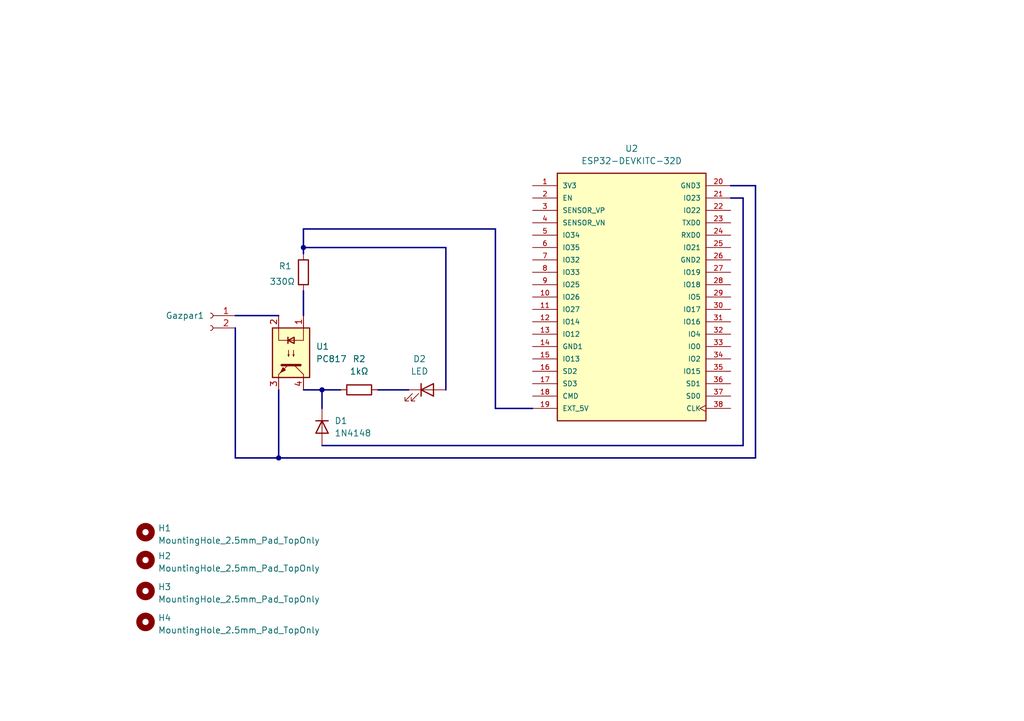
<source format=kicad_sch>
(kicad_sch (version 20211123) (generator eeschema)

  (uuid a1545928-1195-40b9-b3c4-78f837012afb)

  (paper "A5")

  (lib_symbols
    (symbol "Connector:Conn_01x02_Female" (pin_names (offset 1.016) hide) (in_bom yes) (on_board yes)
      (property "Reference" "J" (id 0) (at 0 2.54 0)
        (effects (font (size 1.27 1.27)))
      )
      (property "Value" "Conn_01x02_Female" (id 1) (at 0 -5.08 0)
        (effects (font (size 1.27 1.27)))
      )
      (property "Footprint" "" (id 2) (at 0 0 0)
        (effects (font (size 1.27 1.27)) hide)
      )
      (property "Datasheet" "~" (id 3) (at 0 0 0)
        (effects (font (size 1.27 1.27)) hide)
      )
      (property "ki_keywords" "connector" (id 4) (at 0 0 0)
        (effects (font (size 1.27 1.27)) hide)
      )
      (property "ki_description" "Generic connector, single row, 01x02, script generated (kicad-library-utils/schlib/autogen/connector/)" (id 5) (at 0 0 0)
        (effects (font (size 1.27 1.27)) hide)
      )
      (property "ki_fp_filters" "Connector*:*_1x??_*" (id 6) (at 0 0 0)
        (effects (font (size 1.27 1.27)) hide)
      )
      (symbol "Conn_01x02_Female_1_1"
        (arc (start 0 -2.032) (mid -0.508 -2.54) (end 0 -3.048)
          (stroke (width 0.1524) (type default) (color 0 0 0 0))
          (fill (type none))
        )
        (polyline
          (pts
            (xy -1.27 -2.54)
            (xy -0.508 -2.54)
          )
          (stroke (width 0.1524) (type default) (color 0 0 0 0))
          (fill (type none))
        )
        (polyline
          (pts
            (xy -1.27 0)
            (xy -0.508 0)
          )
          (stroke (width 0.1524) (type default) (color 0 0 0 0))
          (fill (type none))
        )
        (arc (start 0 0.508) (mid -0.508 0) (end 0 -0.508)
          (stroke (width 0.1524) (type default) (color 0 0 0 0))
          (fill (type none))
        )
        (pin passive line (at -5.08 0 0) (length 3.81)
          (name "Pin_1" (effects (font (size 1.27 1.27))))
          (number "1" (effects (font (size 1.27 1.27))))
        )
        (pin passive line (at -5.08 -2.54 0) (length 3.81)
          (name "Pin_2" (effects (font (size 1.27 1.27))))
          (number "2" (effects (font (size 1.27 1.27))))
        )
      )
    )
    (symbol "Device:LED" (pin_numbers hide) (pin_names (offset 1.016) hide) (in_bom yes) (on_board yes)
      (property "Reference" "D" (id 0) (at 0 2.54 0)
        (effects (font (size 1.27 1.27)))
      )
      (property "Value" "LED" (id 1) (at 0 -2.54 0)
        (effects (font (size 1.27 1.27)))
      )
      (property "Footprint" "" (id 2) (at 0 0 0)
        (effects (font (size 1.27 1.27)) hide)
      )
      (property "Datasheet" "~" (id 3) (at 0 0 0)
        (effects (font (size 1.27 1.27)) hide)
      )
      (property "ki_keywords" "LED diode" (id 4) (at 0 0 0)
        (effects (font (size 1.27 1.27)) hide)
      )
      (property "ki_description" "Light emitting diode" (id 5) (at 0 0 0)
        (effects (font (size 1.27 1.27)) hide)
      )
      (property "ki_fp_filters" "LED* LED_SMD:* LED_THT:*" (id 6) (at 0 0 0)
        (effects (font (size 1.27 1.27)) hide)
      )
      (symbol "LED_0_1"
        (polyline
          (pts
            (xy -1.27 -1.27)
            (xy -1.27 1.27)
          )
          (stroke (width 0.254) (type default) (color 0 0 0 0))
          (fill (type none))
        )
        (polyline
          (pts
            (xy -1.27 0)
            (xy 1.27 0)
          )
          (stroke (width 0) (type default) (color 0 0 0 0))
          (fill (type none))
        )
        (polyline
          (pts
            (xy 1.27 -1.27)
            (xy 1.27 1.27)
            (xy -1.27 0)
            (xy 1.27 -1.27)
          )
          (stroke (width 0.254) (type default) (color 0 0 0 0))
          (fill (type none))
        )
        (polyline
          (pts
            (xy -3.048 -0.762)
            (xy -4.572 -2.286)
            (xy -3.81 -2.286)
            (xy -4.572 -2.286)
            (xy -4.572 -1.524)
          )
          (stroke (width 0) (type default) (color 0 0 0 0))
          (fill (type none))
        )
        (polyline
          (pts
            (xy -1.778 -0.762)
            (xy -3.302 -2.286)
            (xy -2.54 -2.286)
            (xy -3.302 -2.286)
            (xy -3.302 -1.524)
          )
          (stroke (width 0) (type default) (color 0 0 0 0))
          (fill (type none))
        )
      )
      (symbol "LED_1_1"
        (pin passive line (at -3.81 0 0) (length 2.54)
          (name "K" (effects (font (size 1.27 1.27))))
          (number "1" (effects (font (size 1.27 1.27))))
        )
        (pin passive line (at 3.81 0 180) (length 2.54)
          (name "A" (effects (font (size 1.27 1.27))))
          (number "2" (effects (font (size 1.27 1.27))))
        )
      )
    )
    (symbol "Device:R" (pin_numbers hide) (pin_names (offset 0)) (in_bom yes) (on_board yes)
      (property "Reference" "R" (id 0) (at 2.032 0 90)
        (effects (font (size 1.27 1.27)))
      )
      (property "Value" "R" (id 1) (at 0 0 90)
        (effects (font (size 1.27 1.27)))
      )
      (property "Footprint" "" (id 2) (at -1.778 0 90)
        (effects (font (size 1.27 1.27)) hide)
      )
      (property "Datasheet" "~" (id 3) (at 0 0 0)
        (effects (font (size 1.27 1.27)) hide)
      )
      (property "ki_keywords" "R res resistor" (id 4) (at 0 0 0)
        (effects (font (size 1.27 1.27)) hide)
      )
      (property "ki_description" "Resistor" (id 5) (at 0 0 0)
        (effects (font (size 1.27 1.27)) hide)
      )
      (property "ki_fp_filters" "R_*" (id 6) (at 0 0 0)
        (effects (font (size 1.27 1.27)) hide)
      )
      (symbol "R_0_1"
        (rectangle (start -1.016 -2.54) (end 1.016 2.54)
          (stroke (width 0.254) (type default) (color 0 0 0 0))
          (fill (type none))
        )
      )
      (symbol "R_1_1"
        (pin passive line (at 0 3.81 270) (length 1.27)
          (name "~" (effects (font (size 1.27 1.27))))
          (number "1" (effects (font (size 1.27 1.27))))
        )
        (pin passive line (at 0 -3.81 90) (length 1.27)
          (name "~" (effects (font (size 1.27 1.27))))
          (number "2" (effects (font (size 1.27 1.27))))
        )
      )
    )
    (symbol "Diode:1N4148" (pin_numbers hide) (pin_names (offset 1.016) hide) (in_bom yes) (on_board yes)
      (property "Reference" "D" (id 0) (at 0 2.54 0)
        (effects (font (size 1.27 1.27)))
      )
      (property "Value" "1N4148" (id 1) (at 0 -2.54 0)
        (effects (font (size 1.27 1.27)))
      )
      (property "Footprint" "Diode_THT:D_DO-35_SOD27_P7.62mm_Horizontal" (id 2) (at 0 -4.445 0)
        (effects (font (size 1.27 1.27)) hide)
      )
      (property "Datasheet" "https://assets.nexperia.com/documents/data-sheet/1N4148_1N4448.pdf" (id 3) (at 0 0 0)
        (effects (font (size 1.27 1.27)) hide)
      )
      (property "ki_keywords" "diode" (id 4) (at 0 0 0)
        (effects (font (size 1.27 1.27)) hide)
      )
      (property "ki_description" "100V 0.15A standard switching diode, DO-35" (id 5) (at 0 0 0)
        (effects (font (size 1.27 1.27)) hide)
      )
      (property "ki_fp_filters" "D*DO?35*" (id 6) (at 0 0 0)
        (effects (font (size 1.27 1.27)) hide)
      )
      (symbol "1N4148_0_1"
        (polyline
          (pts
            (xy -1.27 1.27)
            (xy -1.27 -1.27)
          )
          (stroke (width 0.254) (type default) (color 0 0 0 0))
          (fill (type none))
        )
        (polyline
          (pts
            (xy 1.27 0)
            (xy -1.27 0)
          )
          (stroke (width 0) (type default) (color 0 0 0 0))
          (fill (type none))
        )
        (polyline
          (pts
            (xy 1.27 1.27)
            (xy 1.27 -1.27)
            (xy -1.27 0)
            (xy 1.27 1.27)
          )
          (stroke (width 0.254) (type default) (color 0 0 0 0))
          (fill (type none))
        )
      )
      (symbol "1N4148_1_1"
        (pin passive line (at -3.81 0 0) (length 2.54)
          (name "K" (effects (font (size 1.27 1.27))))
          (number "1" (effects (font (size 1.27 1.27))))
        )
        (pin passive line (at 3.81 0 180) (length 2.54)
          (name "A" (effects (font (size 1.27 1.27))))
          (number "2" (effects (font (size 1.27 1.27))))
        )
      )
    )
    (symbol "ESP32-DEVKITC-32D:ESP32-DEVKITC-32D" (pin_names (offset 1.016)) (in_bom yes) (on_board yes)
      (property "Reference" "U" (id 0) (at -15.2654 26.0604 0)
        (effects (font (size 1.27 1.27)) (justify left bottom))
      )
      (property "Value" "ESP32-DEVKITC-32D" (id 1) (at -15.2654 -27.9654 0)
        (effects (font (size 1.27 1.27)) (justify left bottom))
      )
      (property "Footprint" "MODULE_ESP32-DEVKITC-32D" (id 2) (at 0 0 0)
        (effects (font (size 1.27 1.27)) (justify left bottom) hide)
      )
      (property "Datasheet" "" (id 3) (at 0 0 0)
        (effects (font (size 1.27 1.27)) (justify left bottom) hide)
      )
      (property "MANUFACTURER" "Espressif Systems" (id 4) (at 0 0 0)
        (effects (font (size 1.27 1.27)) (justify left bottom) hide)
      )
      (property "PARTREV" "4" (id 5) (at 0 0 0)
        (effects (font (size 1.27 1.27)) (justify left bottom) hide)
      )
      (property "ki_locked" "" (id 6) (at 0 0 0)
        (effects (font (size 1.27 1.27)))
      )
      (symbol "ESP32-DEVKITC-32D_0_0"
        (rectangle (start -15.24 -25.4) (end 15.24 25.4)
          (stroke (width 0.254) (type default) (color 0 0 0 0))
          (fill (type background))
        )
        (pin power_in line (at -20.32 22.86 0) (length 5.08)
          (name "3V3" (effects (font (size 1.016 1.016))))
          (number "1" (effects (font (size 1.016 1.016))))
        )
        (pin bidirectional line (at -20.32 0 0) (length 5.08)
          (name "IO26" (effects (font (size 1.016 1.016))))
          (number "10" (effects (font (size 1.016 1.016))))
        )
        (pin bidirectional line (at -20.32 -2.54 0) (length 5.08)
          (name "IO27" (effects (font (size 1.016 1.016))))
          (number "11" (effects (font (size 1.016 1.016))))
        )
        (pin bidirectional line (at -20.32 -5.08 0) (length 5.08)
          (name "IO14" (effects (font (size 1.016 1.016))))
          (number "12" (effects (font (size 1.016 1.016))))
        )
        (pin bidirectional line (at -20.32 -7.62 0) (length 5.08)
          (name "IO12" (effects (font (size 1.016 1.016))))
          (number "13" (effects (font (size 1.016 1.016))))
        )
        (pin power_in line (at -20.32 -10.16 0) (length 5.08)
          (name "GND1" (effects (font (size 1.016 1.016))))
          (number "14" (effects (font (size 1.016 1.016))))
        )
        (pin bidirectional line (at -20.32 -12.7 0) (length 5.08)
          (name "IO13" (effects (font (size 1.016 1.016))))
          (number "15" (effects (font (size 1.016 1.016))))
        )
        (pin bidirectional line (at -20.32 -15.24 0) (length 5.08)
          (name "SD2" (effects (font (size 1.016 1.016))))
          (number "16" (effects (font (size 1.016 1.016))))
        )
        (pin bidirectional line (at -20.32 -17.78 0) (length 5.08)
          (name "SD3" (effects (font (size 1.016 1.016))))
          (number "17" (effects (font (size 1.016 1.016))))
        )
        (pin bidirectional line (at -20.32 -20.32 0) (length 5.08)
          (name "CMD" (effects (font (size 1.016 1.016))))
          (number "18" (effects (font (size 1.016 1.016))))
        )
        (pin power_in line (at -20.32 -22.86 0) (length 5.08)
          (name "EXT_5V" (effects (font (size 1.016 1.016))))
          (number "19" (effects (font (size 1.016 1.016))))
        )
        (pin input line (at -20.32 20.32 0) (length 5.08)
          (name "EN" (effects (font (size 1.016 1.016))))
          (number "2" (effects (font (size 1.016 1.016))))
        )
        (pin power_in line (at 20.32 22.86 180) (length 5.08)
          (name "GND3" (effects (font (size 1.016 1.016))))
          (number "20" (effects (font (size 1.016 1.016))))
        )
        (pin bidirectional line (at 20.32 20.32 180) (length 5.08)
          (name "IO23" (effects (font (size 1.016 1.016))))
          (number "21" (effects (font (size 1.016 1.016))))
        )
        (pin bidirectional line (at 20.32 17.78 180) (length 5.08)
          (name "IO22" (effects (font (size 1.016 1.016))))
          (number "22" (effects (font (size 1.016 1.016))))
        )
        (pin output line (at 20.32 15.24 180) (length 5.08)
          (name "TXD0" (effects (font (size 1.016 1.016))))
          (number "23" (effects (font (size 1.016 1.016))))
        )
        (pin input line (at 20.32 12.7 180) (length 5.08)
          (name "RXD0" (effects (font (size 1.016 1.016))))
          (number "24" (effects (font (size 1.016 1.016))))
        )
        (pin bidirectional line (at 20.32 10.16 180) (length 5.08)
          (name "IO21" (effects (font (size 1.016 1.016))))
          (number "25" (effects (font (size 1.016 1.016))))
        )
        (pin power_in line (at 20.32 7.62 180) (length 5.08)
          (name "GND2" (effects (font (size 1.016 1.016))))
          (number "26" (effects (font (size 1.016 1.016))))
        )
        (pin bidirectional line (at 20.32 5.08 180) (length 5.08)
          (name "IO19" (effects (font (size 1.016 1.016))))
          (number "27" (effects (font (size 1.016 1.016))))
        )
        (pin bidirectional line (at 20.32 2.54 180) (length 5.08)
          (name "IO18" (effects (font (size 1.016 1.016))))
          (number "28" (effects (font (size 1.016 1.016))))
        )
        (pin bidirectional line (at 20.32 0 180) (length 5.08)
          (name "IO5" (effects (font (size 1.016 1.016))))
          (number "29" (effects (font (size 1.016 1.016))))
        )
        (pin input line (at -20.32 17.78 0) (length 5.08)
          (name "SENSOR_VP" (effects (font (size 1.016 1.016))))
          (number "3" (effects (font (size 1.016 1.016))))
        )
        (pin bidirectional line (at 20.32 -2.54 180) (length 5.08)
          (name "IO17" (effects (font (size 1.016 1.016))))
          (number "30" (effects (font (size 1.016 1.016))))
        )
        (pin bidirectional line (at 20.32 -5.08 180) (length 5.08)
          (name "IO16" (effects (font (size 1.016 1.016))))
          (number "31" (effects (font (size 1.016 1.016))))
        )
        (pin bidirectional line (at 20.32 -7.62 180) (length 5.08)
          (name "IO4" (effects (font (size 1.016 1.016))))
          (number "32" (effects (font (size 1.016 1.016))))
        )
        (pin bidirectional line (at 20.32 -10.16 180) (length 5.08)
          (name "IO0" (effects (font (size 1.016 1.016))))
          (number "33" (effects (font (size 1.016 1.016))))
        )
        (pin bidirectional line (at 20.32 -12.7 180) (length 5.08)
          (name "IO2" (effects (font (size 1.016 1.016))))
          (number "34" (effects (font (size 1.016 1.016))))
        )
        (pin bidirectional line (at 20.32 -15.24 180) (length 5.08)
          (name "IO15" (effects (font (size 1.016 1.016))))
          (number "35" (effects (font (size 1.016 1.016))))
        )
        (pin bidirectional line (at 20.32 -17.78 180) (length 5.08)
          (name "SD1" (effects (font (size 1.016 1.016))))
          (number "36" (effects (font (size 1.016 1.016))))
        )
        (pin bidirectional line (at 20.32 -20.32 180) (length 5.08)
          (name "SD0" (effects (font (size 1.016 1.016))))
          (number "37" (effects (font (size 1.016 1.016))))
        )
        (pin input clock (at 20.32 -22.86 180) (length 5.08)
          (name "CLK" (effects (font (size 1.016 1.016))))
          (number "38" (effects (font (size 1.016 1.016))))
        )
        (pin input line (at -20.32 15.24 0) (length 5.08)
          (name "SENSOR_VN" (effects (font (size 1.016 1.016))))
          (number "4" (effects (font (size 1.016 1.016))))
        )
        (pin bidirectional line (at -20.32 12.7 0) (length 5.08)
          (name "IO34" (effects (font (size 1.016 1.016))))
          (number "5" (effects (font (size 1.016 1.016))))
        )
        (pin bidirectional line (at -20.32 10.16 0) (length 5.08)
          (name "IO35" (effects (font (size 1.016 1.016))))
          (number "6" (effects (font (size 1.016 1.016))))
        )
        (pin bidirectional line (at -20.32 7.62 0) (length 5.08)
          (name "IO32" (effects (font (size 1.016 1.016))))
          (number "7" (effects (font (size 1.016 1.016))))
        )
        (pin bidirectional line (at -20.32 5.08 0) (length 5.08)
          (name "IO33" (effects (font (size 1.016 1.016))))
          (number "8" (effects (font (size 1.016 1.016))))
        )
        (pin bidirectional line (at -20.32 2.54 0) (length 5.08)
          (name "IO25" (effects (font (size 1.016 1.016))))
          (number "9" (effects (font (size 1.016 1.016))))
        )
      )
    )
    (symbol "Isolator:PC817" (pin_names (offset 1.016)) (in_bom yes) (on_board yes)
      (property "Reference" "U" (id 0) (at -5.08 5.08 0)
        (effects (font (size 1.27 1.27)) (justify left))
      )
      (property "Value" "PC817" (id 1) (at 0 5.08 0)
        (effects (font (size 1.27 1.27)) (justify left))
      )
      (property "Footprint" "Package_DIP:DIP-4_W7.62mm" (id 2) (at -5.08 -5.08 0)
        (effects (font (size 1.27 1.27) italic) (justify left) hide)
      )
      (property "Datasheet" "http://www.soselectronic.cz/a_info/resource/d/pc817.pdf" (id 3) (at 0 0 0)
        (effects (font (size 1.27 1.27)) (justify left) hide)
      )
      (property "ki_keywords" "NPN DC Optocoupler" (id 4) (at 0 0 0)
        (effects (font (size 1.27 1.27)) hide)
      )
      (property "ki_description" "DC Optocoupler, Vce 35V, CTR 50-300%, DIP-4" (id 5) (at 0 0 0)
        (effects (font (size 1.27 1.27)) hide)
      )
      (property "ki_fp_filters" "DIP*W7.62mm*" (id 6) (at 0 0 0)
        (effects (font (size 1.27 1.27)) hide)
      )
      (symbol "PC817_0_1"
        (rectangle (start -5.08 3.81) (end 5.08 -3.81)
          (stroke (width 0.254) (type default) (color 0 0 0 0))
          (fill (type background))
        )
        (polyline
          (pts
            (xy -3.175 -0.635)
            (xy -1.905 -0.635)
          )
          (stroke (width 0.254) (type default) (color 0 0 0 0))
          (fill (type none))
        )
        (polyline
          (pts
            (xy 2.54 0.635)
            (xy 4.445 2.54)
          )
          (stroke (width 0) (type default) (color 0 0 0 0))
          (fill (type none))
        )
        (polyline
          (pts
            (xy 4.445 -2.54)
            (xy 2.54 -0.635)
          )
          (stroke (width 0) (type default) (color 0 0 0 0))
          (fill (type outline))
        )
        (polyline
          (pts
            (xy 4.445 -2.54)
            (xy 5.08 -2.54)
          )
          (stroke (width 0) (type default) (color 0 0 0 0))
          (fill (type none))
        )
        (polyline
          (pts
            (xy 4.445 2.54)
            (xy 5.08 2.54)
          )
          (stroke (width 0) (type default) (color 0 0 0 0))
          (fill (type none))
        )
        (polyline
          (pts
            (xy -5.08 2.54)
            (xy -2.54 2.54)
            (xy -2.54 -0.635)
          )
          (stroke (width 0) (type default) (color 0 0 0 0))
          (fill (type none))
        )
        (polyline
          (pts
            (xy -2.54 -0.635)
            (xy -2.54 -2.54)
            (xy -5.08 -2.54)
          )
          (stroke (width 0) (type default) (color 0 0 0 0))
          (fill (type none))
        )
        (polyline
          (pts
            (xy 2.54 1.905)
            (xy 2.54 -1.905)
            (xy 2.54 -1.905)
          )
          (stroke (width 0.508) (type default) (color 0 0 0 0))
          (fill (type none))
        )
        (polyline
          (pts
            (xy -2.54 -0.635)
            (xy -3.175 0.635)
            (xy -1.905 0.635)
            (xy -2.54 -0.635)
          )
          (stroke (width 0.254) (type default) (color 0 0 0 0))
          (fill (type none))
        )
        (polyline
          (pts
            (xy -0.508 -0.508)
            (xy 0.762 -0.508)
            (xy 0.381 -0.635)
            (xy 0.381 -0.381)
            (xy 0.762 -0.508)
          )
          (stroke (width 0) (type default) (color 0 0 0 0))
          (fill (type none))
        )
        (polyline
          (pts
            (xy -0.508 0.508)
            (xy 0.762 0.508)
            (xy 0.381 0.381)
            (xy 0.381 0.635)
            (xy 0.762 0.508)
          )
          (stroke (width 0) (type default) (color 0 0 0 0))
          (fill (type none))
        )
        (polyline
          (pts
            (xy 3.048 -1.651)
            (xy 3.556 -1.143)
            (xy 4.064 -2.159)
            (xy 3.048 -1.651)
            (xy 3.048 -1.651)
          )
          (stroke (width 0) (type default) (color 0 0 0 0))
          (fill (type outline))
        )
      )
      (symbol "PC817_1_1"
        (pin passive line (at -7.62 2.54 0) (length 2.54)
          (name "~" (effects (font (size 1.27 1.27))))
          (number "1" (effects (font (size 1.27 1.27))))
        )
        (pin passive line (at -7.62 -2.54 0) (length 2.54)
          (name "~" (effects (font (size 1.27 1.27))))
          (number "2" (effects (font (size 1.27 1.27))))
        )
        (pin passive line (at 7.62 -2.54 180) (length 2.54)
          (name "~" (effects (font (size 1.27 1.27))))
          (number "3" (effects (font (size 1.27 1.27))))
        )
        (pin passive line (at 7.62 2.54 180) (length 2.54)
          (name "~" (effects (font (size 1.27 1.27))))
          (number "4" (effects (font (size 1.27 1.27))))
        )
      )
    )
    (symbol "Mechanical:MountingHole" (pin_names (offset 1.016)) (in_bom yes) (on_board yes)
      (property "Reference" "H" (id 0) (at 0 5.08 0)
        (effects (font (size 1.27 1.27)))
      )
      (property "Value" "MountingHole" (id 1) (at 0 3.175 0)
        (effects (font (size 1.27 1.27)))
      )
      (property "Footprint" "" (id 2) (at 0 0 0)
        (effects (font (size 1.27 1.27)) hide)
      )
      (property "Datasheet" "~" (id 3) (at 0 0 0)
        (effects (font (size 1.27 1.27)) hide)
      )
      (property "ki_keywords" "mounting hole" (id 4) (at 0 0 0)
        (effects (font (size 1.27 1.27)) hide)
      )
      (property "ki_description" "Mounting Hole without connection" (id 5) (at 0 0 0)
        (effects (font (size 1.27 1.27)) hide)
      )
      (property "ki_fp_filters" "MountingHole*" (id 6) (at 0 0 0)
        (effects (font (size 1.27 1.27)) hide)
      )
      (symbol "MountingHole_0_1"
        (circle (center 0 0) (radius 1.27)
          (stroke (width 1.27) (type default) (color 0 0 0 0))
          (fill (type none))
        )
      )
    )
  )

  (junction (at 62.23 50.8) (diameter 0) (color 0 0 0 0)
    (uuid 60a6003c-083a-49ab-a18d-d34d9e50bb9e)
  )
  (junction (at 57.15 93.98) (diameter 0) (color 0 0 0 0)
    (uuid 942bb509-0865-4ee6-a623-811abdc04cfe)
  )
  (junction (at 66.04 80.01) (diameter 0) (color 0 0 0 0)
    (uuid c98526dc-01c6-4131-872a-f0b4304115fc)
  )

  (bus (pts (xy 77.47 80.01) (xy 83.82 80.01))
    (stroke (width 0) (type default) (color 0 0 0 0))
    (uuid 06b5faea-d4d8-4ee3-81a5-47208b69c208)
  )
  (bus (pts (xy 48.26 93.98) (xy 57.15 93.98))
    (stroke (width 0) (type default) (color 0 0 0 0))
    (uuid 287916c4-84f1-4ba7-95b7-5ed1ca6c2372)
  )
  (bus (pts (xy 149.86 40.64) (xy 152.4 40.64))
    (stroke (width 0) (type default) (color 0 0 0 0))
    (uuid 2fb6fd09-e0b5-4e7f-bfd7-b71afc6fbc75)
  )
  (bus (pts (xy 66.04 80.01) (xy 69.85 80.01))
    (stroke (width 0) (type default) (color 0 0 0 0))
    (uuid 309d5402-6e2c-4d32-8fa3-057ae4c646d5)
  )
  (bus (pts (xy 48.26 64.77) (xy 57.15 64.77))
    (stroke (width 0) (type default) (color 0 0 0 0))
    (uuid 347340bc-c7e4-4bcf-8ed5-da92eb5fe343)
  )
  (bus (pts (xy 154.94 38.1) (xy 154.94 93.98))
    (stroke (width 0) (type default) (color 0 0 0 0))
    (uuid 3bcf2d2a-e7b4-438f-9a95-f94256d9dd31)
  )
  (bus (pts (xy 62.23 50.8) (xy 91.44 50.8))
    (stroke (width 0) (type default) (color 0 0 0 0))
    (uuid 3e9565a2-3e66-42bf-ae9e-d514208307fe)
  )
  (bus (pts (xy 101.6 83.82) (xy 109.22 83.82))
    (stroke (width 0) (type default) (color 0 0 0 0))
    (uuid 4d7ca68c-8b7a-448a-b78d-f0d552bf1223)
  )
  (bus (pts (xy 62.23 80.01) (xy 66.04 80.01))
    (stroke (width 0) (type default) (color 0 0 0 0))
    (uuid 58089f2e-38b9-4961-bf05-e262ac4f237e)
  )
  (bus (pts (xy 57.15 80.01) (xy 57.15 93.98))
    (stroke (width 0) (type default) (color 0 0 0 0))
    (uuid 6d7c2e86-d608-4fc0-bcf7-35c71063fe44)
  )
  (bus (pts (xy 91.44 50.8) (xy 91.44 80.01))
    (stroke (width 0) (type default) (color 0 0 0 0))
    (uuid 890771f6-7ab8-4dea-8496-cf878004498c)
  )
  (bus (pts (xy 62.23 59.69) (xy 62.23 64.77))
    (stroke (width 0) (type default) (color 0 0 0 0))
    (uuid 896f1db5-e407-4dbc-9e73-68edceaa30cb)
  )
  (bus (pts (xy 62.23 46.99) (xy 62.23 50.8))
    (stroke (width 0) (type default) (color 0 0 0 0))
    (uuid 92927a9e-f25b-41ba-9c93-2d6e3e6c1f89)
  )
  (bus (pts (xy 66.04 91.44) (xy 152.4 91.44))
    (stroke (width 0) (type default) (color 0 0 0 0))
    (uuid 93108706-7209-4e63-b7d0-343abf23d6ec)
  )
  (bus (pts (xy 101.6 46.99) (xy 101.6 83.82))
    (stroke (width 0) (type default) (color 0 0 0 0))
    (uuid 93c84fa8-3d30-4a64-80f6-251c3e6d0a84)
  )
  (bus (pts (xy 48.26 67.31) (xy 48.26 93.98))
    (stroke (width 0) (type default) (color 0 0 0 0))
    (uuid c233635a-f4cd-4cd0-ac02-8f5ab857ae61)
  )
  (bus (pts (xy 62.23 50.8) (xy 62.23 52.07))
    (stroke (width 0) (type default) (color 0 0 0 0))
    (uuid d47740a7-c069-4cb1-b193-72e6ce57696c)
  )
  (bus (pts (xy 66.04 80.01) (xy 66.04 83.82))
    (stroke (width 0) (type default) (color 0 0 0 0))
    (uuid dca3c274-e75b-4f9b-8264-b49f4cf2e333)
  )
  (bus (pts (xy 62.23 46.99) (xy 101.6 46.99))
    (stroke (width 0) (type default) (color 0 0 0 0))
    (uuid dd4a80cf-aed1-4f7b-aa49-7e5204dd2cc9)
  )
  (bus (pts (xy 149.86 38.1) (xy 154.94 38.1))
    (stroke (width 0) (type default) (color 0 0 0 0))
    (uuid e1f0b5f5-c35e-4c9d-81de-6b6c5fd6f3f3)
  )
  (bus (pts (xy 152.4 40.64) (xy 152.4 91.44))
    (stroke (width 0) (type default) (color 0 0 0 0))
    (uuid e470444a-0d39-4cb6-a5a1-718b2c3125b7)
  )
  (bus (pts (xy 57.15 93.98) (xy 154.94 93.98))
    (stroke (width 0) (type default) (color 0 0 0 0))
    (uuid f3472f66-06f8-4d1d-8970-a78970a3d87c)
  )

  (symbol (lib_id "Device:LED") (at 87.63 80.01 0) (unit 1)
    (in_bom yes) (on_board yes) (fields_autoplaced)
    (uuid 1ee81015-5766-4da0-9911-94f3669d74d4)
    (property "Reference" "D2" (id 0) (at 86.0425 73.66 0))
    (property "Value" "LED" (id 1) (at 86.0425 76.2 0))
    (property "Footprint" "LED_THT:LED_D3.0mm" (id 2) (at 87.63 80.01 0)
      (effects (font (size 1.27 1.27)) hide)
    )
    (property "Datasheet" "~" (id 3) (at 87.63 80.01 0)
      (effects (font (size 1.27 1.27)) hide)
    )
    (property "manf" "BROADCOM" (id 4) (at 87.63 80.01 0)
      (effects (font (size 1.27 1.27)) hide)
    )
    (property "manf#" "HLMP-Y301-F0000" (id 5) (at 87.63 80.01 0)
      (effects (font (size 1.27 1.27)) hide)
    )
    (pin "1" (uuid 1adf793b-8162-417d-8259-7c59b7018665))
    (pin "2" (uuid e5c74963-49b9-4041-a2af-faa3534e80bb))
  )

  (symbol (lib_id "Mechanical:MountingHole") (at 29.845 127.635 0) (unit 1)
    (in_bom no) (on_board yes) (fields_autoplaced)
    (uuid 32dd8299-2e9a-4bb9-b379-6e0d46d2302b)
    (property "Reference" "H4" (id 0) (at 32.385 126.8003 0)
      (effects (font (size 1.27 1.27)) (justify left))
    )
    (property "Value" "MountingHole_2.5mm_Pad_TopOnly" (id 1) (at 32.385 129.3372 0)
      (effects (font (size 1.27 1.27)) (justify left))
    )
    (property "Footprint" "MountingHole:MountingHole_2.5mm_Pad_TopOnly" (id 2) (at 29.845 127.635 0)
      (effects (font (size 1.27 1.27)) hide)
    )
    (property "Datasheet" "~" (id 3) (at 29.845 127.635 0)
      (effects (font (size 1.27 1.27)) hide)
    )
  )

  (symbol (lib_id "ESP32-DEVKITC-32D:ESP32-DEVKITC-32D") (at 129.54 60.96 0) (unit 1)
    (in_bom yes) (on_board yes) (fields_autoplaced)
    (uuid 4c8704fa-310a-4c01-8dc1-2b7e2727fea0)
    (property "Reference" "U2" (id 0) (at 129.54 30.48 0))
    (property "Value" "ESP32-DEVKITC-32D" (id 1) (at 129.54 33.02 0))
    (property "Footprint" "ESP32-DEVKITC-32D:MODULE_ESP32-DEVKITC-32D" (id 2) (at 129.54 60.96 0)
      (effects (font (size 1.27 1.27)) (justify left bottom) hide)
    )
    (property "Datasheet" "" (id 3) (at 129.54 60.96 0)
      (effects (font (size 1.27 1.27)) (justify left bottom) hide)
    )
    (property "MANUFACTURER" "Espressif Systems" (id 4) (at 129.54 60.96 0)
      (effects (font (size 1.27 1.27)) (justify left bottom) hide)
    )
    (property "PARTREV" "4" (id 5) (at 129.54 60.96 0)
      (effects (font (size 1.27 1.27)) (justify left bottom) hide)
    )
    (property "manf" "CONNFLY;CONNFLY" (id 6) (at 129.54 60.96 0)
      (effects (font (size 1.27 1.27)) hide)
    )
    (property "manf#" "DS1002-01-1*19V13;DS1002-01-1*19V13" (id 7) (at 129.54 60.96 0)
      (effects (font (size 1.27 1.27)) hide)
    )
    (pin "1" (uuid 72cc7949-68f8-4ef8-adcb-a65c1d042672))
    (pin "10" (uuid 621c8eb9-ae87-439a-b350-badb5d559a5a))
    (pin "11" (uuid b2001159-b6cb-4000-85f5-34f6c410920f))
    (pin "12" (uuid fb191df4-267d-4797-80dd-be346b8eeb99))
    (pin "13" (uuid fab1abc4-c49d-4b88-8c7f-939d7feb7b6c))
    (pin "14" (uuid 1a813eeb-ee58-4579-81e1-3f9a7227213c))
    (pin "15" (uuid b754bfb3-a198-47be-8e7b-61bec885a5db))
    (pin "16" (uuid 01109662-12b4-48a3-b68d-624008909c2a))
    (pin "17" (uuid 0e166909-afb5-4d70-a00b-dd78cd09b084))
    (pin "18" (uuid dc7523a5-4408-4a51-bc92-6a47a538c094))
    (pin "19" (uuid 5a889284-4c9f-49be-8f02-e43e18550914))
    (pin "2" (uuid eb7e294c-b398-413b-8b78-85a66ed5f3ea))
    (pin "20" (uuid 1b5a32e4-0b8e-4f38-b679-71dc277c2087))
    (pin "21" (uuid 84febc35-87fd-4cad-8e04-2b66390cfc12))
    (pin "22" (uuid 494d4ce3-60c4-4021-8bd1-ab41a12b14ed))
    (pin "23" (uuid 414f80f7-b2d5-43c3-a018-819efe44fe30))
    (pin "24" (uuid a419542a-0c78-421e-9ac7-81d3afba6186))
    (pin "25" (uuid c480dba7-51ff-4a4f-9251-e48b2784c64a))
    (pin "26" (uuid bc1d5740-b0c7-4566-95b0-470ac47a1fb3))
    (pin "27" (uuid a67dbe3b-ec7d-4ea5-b0e5-715c5263d8da))
    (pin "28" (uuid eb1b2aa2-a3cc-4a96-87ec-70fcae365f0f))
    (pin "29" (uuid d8370835-89ad-4b62-9f40-d0c10470788a))
    (pin "3" (uuid 3c66e6e2-f12d-4b23-910e-e478d272dfd5))
    (pin "30" (uuid 9c8eae28-a7c3-4e6a-bd81-98cf70031070))
    (pin "31" (uuid 6b69fc79-c78f-4df1-9a05-c51d4173705f))
    (pin "32" (uuid f2392fe0-54af-4e02-8793-9ba2471944b5))
    (pin "33" (uuid 2a6ee718-8cdf-4fa6-be7c-8fe885d98fd7))
    (pin "34" (uuid 55cff608-ab38-48d9-ac09-2d0a877ceca1))
    (pin "35" (uuid 0fc912fd-5036-4a55-b598-a9af40810824))
    (pin "36" (uuid e0b36e60-bb2b-489c-a764-1b81e551ce62))
    (pin "37" (uuid f47374c3-cb2a-4769-880f-830c9b19222e))
    (pin "38" (uuid 1765d6b9-ca0e-49c2-8c3c-8ab35eb3909b))
    (pin "4" (uuid 8ade7975-64a0-440a-8545-11958836bf48))
    (pin "5" (uuid d396ce56-1974-47b7-a41b-ae2b20ef835c))
    (pin "6" (uuid e7893166-2c2c-41b4-bd84-76ebc2e06551))
    (pin "7" (uuid 341dde39-440e-4d05-8def-6a5cecefd88c))
    (pin "8" (uuid e07e1653-d05d-4bf2-bea3-6515a06de065))
    (pin "9" (uuid 680c3e83-f590-4924-85a1-36d51b076683))
  )

  (symbol (lib_id "Mechanical:MountingHole") (at 29.845 109.22 0) (unit 1)
    (in_bom no) (on_board yes) (fields_autoplaced)
    (uuid 8a11f2c7-a2ec-4e8d-b9e8-7113c6463090)
    (property "Reference" "H1" (id 0) (at 32.385 108.3853 0)
      (effects (font (size 1.27 1.27)) (justify left))
    )
    (property "Value" "MountingHole_2.5mm_Pad_TopOnly" (id 1) (at 32.385 110.9222 0)
      (effects (font (size 1.27 1.27)) (justify left))
    )
    (property "Footprint" "MountingHole:MountingHole_2.5mm_Pad_TopOnly" (id 2) (at 29.845 109.22 0)
      (effects (font (size 1.27 1.27)) hide)
    )
    (property "Datasheet" "~" (id 3) (at 29.845 109.22 0)
      (effects (font (size 1.27 1.27)) hide)
    )
  )

  (symbol (lib_id "Diode:1N4148") (at 66.04 87.63 270) (unit 1)
    (in_bom yes) (on_board yes) (fields_autoplaced)
    (uuid 9b033cac-fc25-4a31-89ef-919bf45c219f)
    (property "Reference" "D1" (id 0) (at 68.58 86.3599 90)
      (effects (font (size 1.27 1.27)) (justify left))
    )
    (property "Value" "1N4148" (id 1) (at 68.58 88.8999 90)
      (effects (font (size 1.27 1.27)) (justify left))
    )
    (property "Footprint" "Diode_THT:D_DO-35_SOD27_P7.62mm_Horizontal" (id 2) (at 61.595 87.63 0)
      (effects (font (size 1.27 1.27)) hide)
    )
    (property "Datasheet" "https://assets.nexperia.com/documents/data-sheet/1N4148_1N4448.pdf" (id 3) (at 66.04 87.63 0)
      (effects (font (size 1.27 1.27)) hide)
    )
    (property "manf" "ONSEMI" (id 4) (at 66.04 87.63 0)
      (effects (font (size 1.27 1.27)) hide)
    )
    (property "manf#" "1N4148TR" (id 5) (at 66.04 87.63 0)
      (effects (font (size 1.27 1.27)) hide)
    )
    (pin "1" (uuid c7dc2097-663b-4d10-97fa-f94b5a53a59e))
    (pin "2" (uuid 53251dcb-6a85-4f86-ba86-8412aa7a491f))
  )

  (symbol (lib_id "Device:R") (at 73.66 80.01 270) (unit 1)
    (in_bom yes) (on_board yes) (fields_autoplaced)
    (uuid a8e40a2e-59cf-4d65-ba8c-17cb2e89c54e)
    (property "Reference" "R2" (id 0) (at 73.66 73.66 90))
    (property "Value" "1kΩ" (id 1) (at 73.66 76.2 90))
    (property "Footprint" "Resistor_THT:R_Axial_DIN0207_L6.3mm_D2.5mm_P7.62mm_Horizontal" (id 2) (at 73.66 78.232 90)
      (effects (font (size 1.27 1.27)) hide)
    )
    (property "Datasheet" "~" (id 3) (at 73.66 80.01 0)
      (effects (font (size 1.27 1.27)) hide)
    )
    (property "manf" "YAGEO" (id 4) (at 73.66 80.01 0)
      (effects (font (size 1.27 1.27)) hide)
    )
    (property "manf#" "CFR-25JB-52-1K" (id 5) (at 73.66 80.01 0)
      (effects (font (size 1.27 1.27)) hide)
    )
    (pin "1" (uuid 55ca5b46-c2a5-4428-bffc-b14b0e9cfa14))
    (pin "2" (uuid 1ad47d92-0128-438d-b8ce-02d9a59123a3))
  )

  (symbol (lib_id "Connector:Conn_01x02_Female") (at 43.18 64.77 0) (mirror y) (unit 1)
    (in_bom yes) (on_board yes)
    (uuid c12470b3-5018-431f-9235-09b3f1212786)
    (property "Reference" "Gazpar1" (id 0) (at 41.91 64.77 0)
      (effects (font (size 1.27 1.27)) (justify left))
    )
    (property "Value" "G-" (id 1) (at 41.91 67.3099 0)
      (effects (font (size 1.27 1.27)) (justify left) hide)
    )
    (property "Footprint" "TerminalBlock:TerminalBlock_bornier-2_P5.08mm" (id 2) (at 43.18 64.77 0)
      (effects (font (size 1.27 1.27)) hide)
    )
    (property "Datasheet" "~" (id 3) (at 43.18 64.77 0)
      (effects (font (size 1.27 1.27)) hide)
    )
    (property "manf" "CAMDENBOSS" (id 4) (at 43.18 64.77 0)
      (effects (font (size 1.27 1.27)) hide)
    )
    (property "manf#" "CTBP0108/2" (id 5) (at 43.18 64.77 0)
      (effects (font (size 1.27 1.27)) hide)
    )
    (property "S1MN" "AMPHENOL" (id 6) (at 43.18 64.77 0)
      (effects (font (size 1.27 1.27)) hide)
    )
    (property "S1PN" "VI0221550000G" (id 7) (at 43.18 64.77 0)
      (effects (font (size 1.27 1.27)) hide)
    )
    (pin "1" (uuid 0f899206-4d68-498c-bc92-893f5e54d0c3))
    (pin "2" (uuid d431f6f6-c826-49bf-8461-03a3a1c4a884))
  )

  (symbol (lib_id "Mechanical:MountingHole") (at 29.845 114.935 0) (unit 1)
    (in_bom no) (on_board yes) (fields_autoplaced)
    (uuid ce4aadf0-2407-47d8-82a2-42535b56ba29)
    (property "Reference" "H2" (id 0) (at 32.385 114.1003 0)
      (effects (font (size 1.27 1.27)) (justify left))
    )
    (property "Value" "MountingHole_2.5mm_Pad_TopOnly" (id 1) (at 32.385 116.6372 0)
      (effects (font (size 1.27 1.27)) (justify left))
    )
    (property "Footprint" "MountingHole:MountingHole_2.5mm_Pad_TopOnly" (id 2) (at 29.845 114.935 0)
      (effects (font (size 1.27 1.27)) hide)
    )
    (property "Datasheet" "~" (id 3) (at 29.845 114.935 0)
      (effects (font (size 1.27 1.27)) hide)
    )
  )

  (symbol (lib_id "Isolator:PC817") (at 59.69 72.39 270) (unit 1)
    (in_bom yes) (on_board yes) (fields_autoplaced)
    (uuid d350f891-7644-4c4e-80f5-20ae02817759)
    (property "Reference" "U1" (id 0) (at 64.77 71.1199 90)
      (effects (font (size 1.27 1.27)) (justify left))
    )
    (property "Value" "PC817" (id 1) (at 64.77 73.6599 90)
      (effects (font (size 1.27 1.27)) (justify left))
    )
    (property "Footprint" "Package_DIP:DIP-4_W7.62mm" (id 2) (at 54.61 67.31 0)
      (effects (font (size 1.27 1.27) italic) (justify left) hide)
    )
    (property "Datasheet" "http://www.soselectronic.cz/a_info/resource/d/pc817.pdf" (id 3) (at 59.69 72.39 0)
      (effects (font (size 1.27 1.27)) (justify left) hide)
    )
    (property "manf" "BROADCOM" (id 4) (at 59.69 72.39 0)
      (effects (font (size 1.27 1.27)) hide)
    )
    (property "manf#" "HCPL-817-000E" (id 5) (at 59.69 72.39 0)
      (effects (font (size 1.27 1.27)) hide)
    )
    (pin "1" (uuid c5dbc2f4-347d-4e8b-9dc5-05ae6c8ee4e9))
    (pin "2" (uuid 11c058d0-81de-4708-b04e-cae4b395b4f8))
    (pin "3" (uuid a931fcdf-2d31-4fd3-93d1-ea11fe306667))
    (pin "4" (uuid b7a6aac4-54c9-44bf-8d2e-e476f9ac263a))
  )

  (symbol (lib_id "Device:R") (at 62.23 55.88 0) (unit 1)
    (in_bom yes) (on_board yes)
    (uuid d66d3c12-11ce-4566-9a45-962e329503d8)
    (property "Reference" "R1" (id 0) (at 57.15 54.61 0)
      (effects (font (size 1.27 1.27)) (justify left))
    )
    (property "Value" "330Ω" (id 1) (at 55.245 57.785 0)
      (effects (font (size 1.27 1.27)) (justify left))
    )
    (property "Footprint" "Resistor_THT:R_Axial_DIN0207_L6.3mm_D2.5mm_P7.62mm_Horizontal" (id 2) (at 60.452 55.88 90)
      (effects (font (size 1.27 1.27)) hide)
    )
    (property "Datasheet" "~" (id 3) (at 62.23 55.88 0)
      (effects (font (size 1.27 1.27)) hide)
    )
    (property "manf" "YAGEO" (id 4) (at 62.23 55.88 0)
      (effects (font (size 1.27 1.27)) hide)
    )
    (property "manf#" "CFR-25JR-52-330R" (id 5) (at 62.23 55.88 0)
      (effects (font (size 1.27 1.27)) hide)
    )
    (pin "1" (uuid 283c990c-ae5a-4e41-a3ad-b40ca29fe90e))
    (pin "2" (uuid 49575217-40b0-4890-8acf-12982cca52b5))
  )

  (symbol (lib_id "Mechanical:MountingHole") (at 29.845 121.285 0) (unit 1)
    (in_bom no) (on_board yes) (fields_autoplaced)
    (uuid f9fdcdbf-c2fd-4043-b7fb-790beec0f544)
    (property "Reference" "H3" (id 0) (at 32.385 120.4503 0)
      (effects (font (size 1.27 1.27)) (justify left))
    )
    (property "Value" "MountingHole_2.5mm_Pad_TopOnly" (id 1) (at 32.385 122.9872 0)
      (effects (font (size 1.27 1.27)) (justify left))
    )
    (property "Footprint" "MountingHole:MountingHole_2.5mm_Pad_TopOnly" (id 2) (at 29.845 121.285 0)
      (effects (font (size 1.27 1.27)) hide)
    )
    (property "Datasheet" "~" (id 3) (at 29.845 121.285 0)
      (effects (font (size 1.27 1.27)) hide)
    )
  )

  (sheet_instances
    (path "/" (page "1"))
  )

  (symbol_instances
    (path "/9b033cac-fc25-4a31-89ef-919bf45c219f"
      (reference "D1") (unit 1) (value "1N4148") (footprint "Diode_THT:D_DO-35_SOD27_P7.62mm_Horizontal")
    )
    (path "/1ee81015-5766-4da0-9911-94f3669d74d4"
      (reference "D2") (unit 1) (value "LED") (footprint "LED_THT:LED_D3.0mm")
    )
    (path "/c12470b3-5018-431f-9235-09b3f1212786"
      (reference "Gazpar1") (unit 1) (value "G-") (footprint "TerminalBlock:TerminalBlock_bornier-2_P5.08mm")
    )
    (path "/8a11f2c7-a2ec-4e8d-b9e8-7113c6463090"
      (reference "H1") (unit 1) (value "MountingHole_2.5mm_Pad_TopOnly") (footprint "MountingHole:MountingHole_2.5mm_Pad_TopOnly")
    )
    (path "/ce4aadf0-2407-47d8-82a2-42535b56ba29"
      (reference "H2") (unit 1) (value "MountingHole_2.5mm_Pad_TopOnly") (footprint "MountingHole:MountingHole_2.5mm_Pad_TopOnly")
    )
    (path "/f9fdcdbf-c2fd-4043-b7fb-790beec0f544"
      (reference "H3") (unit 1) (value "MountingHole_2.5mm_Pad_TopOnly") (footprint "MountingHole:MountingHole_2.5mm_Pad_TopOnly")
    )
    (path "/32dd8299-2e9a-4bb9-b379-6e0d46d2302b"
      (reference "H4") (unit 1) (value "MountingHole_2.5mm_Pad_TopOnly") (footprint "MountingHole:MountingHole_2.5mm_Pad_TopOnly")
    )
    (path "/d66d3c12-11ce-4566-9a45-962e329503d8"
      (reference "R1") (unit 1) (value "330Ω") (footprint "Resistor_THT:R_Axial_DIN0207_L6.3mm_D2.5mm_P7.62mm_Horizontal")
    )
    (path "/a8e40a2e-59cf-4d65-ba8c-17cb2e89c54e"
      (reference "R2") (unit 1) (value "1kΩ") (footprint "Resistor_THT:R_Axial_DIN0207_L6.3mm_D2.5mm_P7.62mm_Horizontal")
    )
    (path "/d350f891-7644-4c4e-80f5-20ae02817759"
      (reference "U1") (unit 1) (value "PC817") (footprint "Package_DIP:DIP-4_W7.62mm")
    )
    (path "/4c8704fa-310a-4c01-8dc1-2b7e2727fea0"
      (reference "U2") (unit 1) (value "ESP32-DEVKITC-32D") (footprint "ESP32-DEVKITC-32D:MODULE_ESP32-DEVKITC-32D")
    )
  )
)

</source>
